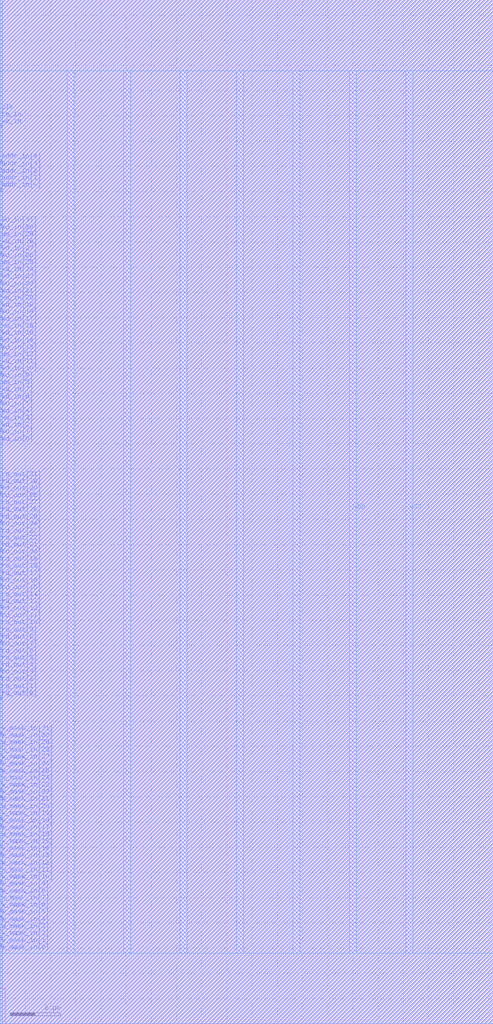
<source format=lef>
VERSION 5.7 ;
BUSBITCHARS "[]" ;
MACRO fakeram45_32x32
  FOREIGN fakeram45_32x32 0 0 ;
  SYMMETRY X Y R90 ;
  SIZE 0.19 BY 1.4 ;
  CLASS BLOCK ;
  PIN w_mask_in[0]
    DIRECTION INPUT ;
    USE SIGNAL ;
    SHAPE ABUTMENT ;
    PORT
      LAYER metal3 ;
      RECT 0.000 2.800 0.070 2.870 ;
    END
  END w_mask_in[0]
  PIN w_mask_in[1]
    DIRECTION INPUT ;
    USE SIGNAL ;
    SHAPE ABUTMENT ;
    PORT
      LAYER metal3 ;
      RECT 0.000 3.080 0.070 3.150 ;
    END
  END w_mask_in[1]
  PIN w_mask_in[2]
    DIRECTION INPUT ;
    USE SIGNAL ;
    SHAPE ABUTMENT ;
    PORT
      LAYER metal3 ;
      RECT 0.000 3.360 0.070 3.430 ;
    END
  END w_mask_in[2]
  PIN w_mask_in[3]
    DIRECTION INPUT ;
    USE SIGNAL ;
    SHAPE ABUTMENT ;
    PORT
      LAYER metal3 ;
      RECT 0.000 3.640 0.070 3.710 ;
    END
  END w_mask_in[3]
  PIN w_mask_in[4]
    DIRECTION INPUT ;
    USE SIGNAL ;
    SHAPE ABUTMENT ;
    PORT
      LAYER metal3 ;
      RECT 0.000 3.920 0.070 3.990 ;
    END
  END w_mask_in[4]
  PIN w_mask_in[5]
    DIRECTION INPUT ;
    USE SIGNAL ;
    SHAPE ABUTMENT ;
    PORT
      LAYER metal3 ;
      RECT 0.000 4.200 0.070 4.270 ;
    END
  END w_mask_in[5]
  PIN w_mask_in[6]
    DIRECTION INPUT ;
    USE SIGNAL ;
    SHAPE ABUTMENT ;
    PORT
      LAYER metal3 ;
      RECT 0.000 4.480 0.070 4.550 ;
    END
  END w_mask_in[6]
  PIN w_mask_in[7]
    DIRECTION INPUT ;
    USE SIGNAL ;
    SHAPE ABUTMENT ;
    PORT
      LAYER metal3 ;
      RECT 0.000 4.760 0.070 4.830 ;
    END
  END w_mask_in[7]
  PIN w_mask_in[8]
    DIRECTION INPUT ;
    USE SIGNAL ;
    SHAPE ABUTMENT ;
    PORT
      LAYER metal3 ;
      RECT 0.000 5.040 0.070 5.110 ;
    END
  END w_mask_in[8]
  PIN w_mask_in[9]
    DIRECTION INPUT ;
    USE SIGNAL ;
    SHAPE ABUTMENT ;
    PORT
      LAYER metal3 ;
      RECT 0.000 5.320 0.070 5.390 ;
    END
  END w_mask_in[9]
  PIN w_mask_in[10]
    DIRECTION INPUT ;
    USE SIGNAL ;
    SHAPE ABUTMENT ;
    PORT
      LAYER metal3 ;
      RECT 0.000 5.600 0.070 5.670 ;
    END
  END w_mask_in[10]
  PIN w_mask_in[11]
    DIRECTION INPUT ;
    USE SIGNAL ;
    SHAPE ABUTMENT ;
    PORT
      LAYER metal3 ;
      RECT 0.000 5.880 0.070 5.950 ;
    END
  END w_mask_in[11]
  PIN w_mask_in[12]
    DIRECTION INPUT ;
    USE SIGNAL ;
    SHAPE ABUTMENT ;
    PORT
      LAYER metal3 ;
      RECT 0.000 6.160 0.070 6.230 ;
    END
  END w_mask_in[12]
  PIN w_mask_in[13]
    DIRECTION INPUT ;
    USE SIGNAL ;
    SHAPE ABUTMENT ;
    PORT
      LAYER metal3 ;
      RECT 0.000 6.440 0.070 6.510 ;
    END
  END w_mask_in[13]
  PIN w_mask_in[14]
    DIRECTION INPUT ;
    USE SIGNAL ;
    SHAPE ABUTMENT ;
    PORT
      LAYER metal3 ;
      RECT 0.000 6.720 0.070 6.790 ;
    END
  END w_mask_in[14]
  PIN w_mask_in[15]
    DIRECTION INPUT ;
    USE SIGNAL ;
    SHAPE ABUTMENT ;
    PORT
      LAYER metal3 ;
      RECT 0.000 7.000 0.070 7.070 ;
    END
  END w_mask_in[15]
  PIN w_mask_in[16]
    DIRECTION INPUT ;
    USE SIGNAL ;
    SHAPE ABUTMENT ;
    PORT
      LAYER metal3 ;
      RECT 0.000 7.280 0.070 7.350 ;
    END
  END w_mask_in[16]
  PIN w_mask_in[17]
    DIRECTION INPUT ;
    USE SIGNAL ;
    SHAPE ABUTMENT ;
    PORT
      LAYER metal3 ;
      RECT 0.000 7.560 0.070 7.630 ;
    END
  END w_mask_in[17]
  PIN w_mask_in[18]
    DIRECTION INPUT ;
    USE SIGNAL ;
    SHAPE ABUTMENT ;
    PORT
      LAYER metal3 ;
      RECT 0.000 7.840 0.070 7.910 ;
    END
  END w_mask_in[18]
  PIN w_mask_in[19]
    DIRECTION INPUT ;
    USE SIGNAL ;
    SHAPE ABUTMENT ;
    PORT
      LAYER metal3 ;
      RECT 0.000 8.120 0.070 8.190 ;
    END
  END w_mask_in[19]
  PIN w_mask_in[20]
    DIRECTION INPUT ;
    USE SIGNAL ;
    SHAPE ABUTMENT ;
    PORT
      LAYER metal3 ;
      RECT 0.000 8.400 0.070 8.470 ;
    END
  END w_mask_in[20]
  PIN w_mask_in[21]
    DIRECTION INPUT ;
    USE SIGNAL ;
    SHAPE ABUTMENT ;
    PORT
      LAYER metal3 ;
      RECT 0.000 8.680 0.070 8.750 ;
    END
  END w_mask_in[21]
  PIN w_mask_in[22]
    DIRECTION INPUT ;
    USE SIGNAL ;
    SHAPE ABUTMENT ;
    PORT
      LAYER metal3 ;
      RECT 0.000 8.960 0.070 9.030 ;
    END
  END w_mask_in[22]
  PIN w_mask_in[23]
    DIRECTION INPUT ;
    USE SIGNAL ;
    SHAPE ABUTMENT ;
    PORT
      LAYER metal3 ;
      RECT 0.000 9.240 0.070 9.310 ;
    END
  END w_mask_in[23]
  PIN w_mask_in[24]
    DIRECTION INPUT ;
    USE SIGNAL ;
    SHAPE ABUTMENT ;
    PORT
      LAYER metal3 ;
      RECT 0.000 9.520 0.070 9.590 ;
    END
  END w_mask_in[24]
  PIN w_mask_in[25]
    DIRECTION INPUT ;
    USE SIGNAL ;
    SHAPE ABUTMENT ;
    PORT
      LAYER metal3 ;
      RECT 0.000 9.800 0.070 9.870 ;
    END
  END w_mask_in[25]
  PIN w_mask_in[26]
    DIRECTION INPUT ;
    USE SIGNAL ;
    SHAPE ABUTMENT ;
    PORT
      LAYER metal3 ;
      RECT 0.000 10.080 0.070 10.150 ;
    END
  END w_mask_in[26]
  PIN w_mask_in[27]
    DIRECTION INPUT ;
    USE SIGNAL ;
    SHAPE ABUTMENT ;
    PORT
      LAYER metal3 ;
      RECT 0.000 10.360 0.070 10.430 ;
    END
  END w_mask_in[27]
  PIN w_mask_in[28]
    DIRECTION INPUT ;
    USE SIGNAL ;
    SHAPE ABUTMENT ;
    PORT
      LAYER metal3 ;
      RECT 0.000 10.640 0.070 10.710 ;
    END
  END w_mask_in[28]
  PIN w_mask_in[29]
    DIRECTION INPUT ;
    USE SIGNAL ;
    SHAPE ABUTMENT ;
    PORT
      LAYER metal3 ;
      RECT 0.000 10.920 0.070 10.990 ;
    END
  END w_mask_in[29]
  PIN w_mask_in[30]
    DIRECTION INPUT ;
    USE SIGNAL ;
    SHAPE ABUTMENT ;
    PORT
      LAYER metal3 ;
      RECT 0.000 11.200 0.070 11.270 ;
    END
  END w_mask_in[30]
  PIN w_mask_in[31]
    DIRECTION INPUT ;
    USE SIGNAL ;
    SHAPE ABUTMENT ;
    PORT
      LAYER metal3 ;
      RECT 0.000 11.480 0.070 11.550 ;
    END
  END w_mask_in[31]
  PIN rd_out[0]
    DIRECTION OUTPUT ;
    USE SIGNAL ;
    SHAPE ABUTMENT ;
    PORT
      LAYER metal3 ;
      RECT 0.000 12.880 0.070 12.950 ;
    END
  END rd_out[0]
  PIN rd_out[1]
    DIRECTION OUTPUT ;
    USE SIGNAL ;
    SHAPE ABUTMENT ;
    PORT
      LAYER metal3 ;
      RECT 0.000 13.160 0.070 13.230 ;
    END
  END rd_out[1]
  PIN rd_out[2]
    DIRECTION OUTPUT ;
    USE SIGNAL ;
    SHAPE ABUTMENT ;
    PORT
      LAYER metal3 ;
      RECT 0.000 13.440 0.070 13.510 ;
    END
  END rd_out[2]
  PIN rd_out[3]
    DIRECTION OUTPUT ;
    USE SIGNAL ;
    SHAPE ABUTMENT ;
    PORT
      LAYER metal3 ;
      RECT 0.000 13.720 0.070 13.790 ;
    END
  END rd_out[3]
  PIN rd_out[4]
    DIRECTION OUTPUT ;
    USE SIGNAL ;
    SHAPE ABUTMENT ;
    PORT
      LAYER metal3 ;
      RECT 0.000 14.000 0.070 14.070 ;
    END
  END rd_out[4]
  PIN rd_out[5]
    DIRECTION OUTPUT ;
    USE SIGNAL ;
    SHAPE ABUTMENT ;
    PORT
      LAYER metal3 ;
      RECT 0.000 14.280 0.070 14.350 ;
    END
  END rd_out[5]
  PIN rd_out[6]
    DIRECTION OUTPUT ;
    USE SIGNAL ;
    SHAPE ABUTMENT ;
    PORT
      LAYER metal3 ;
      RECT 0.000 14.560 0.070 14.630 ;
    END
  END rd_out[6]
  PIN rd_out[7]
    DIRECTION OUTPUT ;
    USE SIGNAL ;
    SHAPE ABUTMENT ;
    PORT
      LAYER metal3 ;
      RECT 0.000 14.840 0.070 14.910 ;
    END
  END rd_out[7]
  PIN rd_out[8]
    DIRECTION OUTPUT ;
    USE SIGNAL ;
    SHAPE ABUTMENT ;
    PORT
      LAYER metal3 ;
      RECT 0.000 15.120 0.070 15.190 ;
    END
  END rd_out[8]
  PIN rd_out[9]
    DIRECTION OUTPUT ;
    USE SIGNAL ;
    SHAPE ABUTMENT ;
    PORT
      LAYER metal3 ;
      RECT 0.000 15.400 0.070 15.470 ;
    END
  END rd_out[9]
  PIN rd_out[10]
    DIRECTION OUTPUT ;
    USE SIGNAL ;
    SHAPE ABUTMENT ;
    PORT
      LAYER metal3 ;
      RECT 0.000 15.680 0.070 15.750 ;
    END
  END rd_out[10]
  PIN rd_out[11]
    DIRECTION OUTPUT ;
    USE SIGNAL ;
    SHAPE ABUTMENT ;
    PORT
      LAYER metal3 ;
      RECT 0.000 15.960 0.070 16.030 ;
    END
  END rd_out[11]
  PIN rd_out[12]
    DIRECTION OUTPUT ;
    USE SIGNAL ;
    SHAPE ABUTMENT ;
    PORT
      LAYER metal3 ;
      RECT 0.000 16.240 0.070 16.310 ;
    END
  END rd_out[12]
  PIN rd_out[13]
    DIRECTION OUTPUT ;
    USE SIGNAL ;
    SHAPE ABUTMENT ;
    PORT
      LAYER metal3 ;
      RECT 0.000 16.520 0.070 16.590 ;
    END
  END rd_out[13]
  PIN rd_out[14]
    DIRECTION OUTPUT ;
    USE SIGNAL ;
    SHAPE ABUTMENT ;
    PORT
      LAYER metal3 ;
      RECT 0.000 16.800 0.070 16.870 ;
    END
  END rd_out[14]
  PIN rd_out[15]
    DIRECTION OUTPUT ;
    USE SIGNAL ;
    SHAPE ABUTMENT ;
    PORT
      LAYER metal3 ;
      RECT 0.000 17.080 0.070 17.150 ;
    END
  END rd_out[15]
  PIN rd_out[16]
    DIRECTION OUTPUT ;
    USE SIGNAL ;
    SHAPE ABUTMENT ;
    PORT
      LAYER metal3 ;
      RECT 0.000 17.360 0.070 17.430 ;
    END
  END rd_out[16]
  PIN rd_out[17]
    DIRECTION OUTPUT ;
    USE SIGNAL ;
    SHAPE ABUTMENT ;
    PORT
      LAYER metal3 ;
      RECT 0.000 17.640 0.070 17.710 ;
    END
  END rd_out[17]
  PIN rd_out[18]
    DIRECTION OUTPUT ;
    USE SIGNAL ;
    SHAPE ABUTMENT ;
    PORT
      LAYER metal3 ;
      RECT 0.000 17.920 0.070 17.990 ;
    END
  END rd_out[18]
  PIN rd_out[19]
    DIRECTION OUTPUT ;
    USE SIGNAL ;
    SHAPE ABUTMENT ;
    PORT
      LAYER metal3 ;
      RECT 0.000 18.200 0.070 18.270 ;
    END
  END rd_out[19]
  PIN rd_out[20]
    DIRECTION OUTPUT ;
    USE SIGNAL ;
    SHAPE ABUTMENT ;
    PORT
      LAYER metal3 ;
      RECT 0.000 18.480 0.070 18.550 ;
    END
  END rd_out[20]
  PIN rd_out[21]
    DIRECTION OUTPUT ;
    USE SIGNAL ;
    SHAPE ABUTMENT ;
    PORT
      LAYER metal3 ;
      RECT 0.000 18.760 0.070 18.830 ;
    END
  END rd_out[21]
  PIN rd_out[22]
    DIRECTION OUTPUT ;
    USE SIGNAL ;
    SHAPE ABUTMENT ;
    PORT
      LAYER metal3 ;
      RECT 0.000 19.040 0.070 19.110 ;
    END
  END rd_out[22]
  PIN rd_out[23]
    DIRECTION OUTPUT ;
    USE SIGNAL ;
    SHAPE ABUTMENT ;
    PORT
      LAYER metal3 ;
      RECT 0.000 19.320 0.070 19.390 ;
    END
  END rd_out[23]
  PIN rd_out[24]
    DIRECTION OUTPUT ;
    USE SIGNAL ;
    SHAPE ABUTMENT ;
    PORT
      LAYER metal3 ;
      RECT 0.000 19.600 0.070 19.670 ;
    END
  END rd_out[24]
  PIN rd_out[25]
    DIRECTION OUTPUT ;
    USE SIGNAL ;
    SHAPE ABUTMENT ;
    PORT
      LAYER metal3 ;
      RECT 0.000 19.880 0.070 19.950 ;
    END
  END rd_out[25]
  PIN rd_out[26]
    DIRECTION OUTPUT ;
    USE SIGNAL ;
    SHAPE ABUTMENT ;
    PORT
      LAYER metal3 ;
      RECT 0.000 20.160 0.070 20.230 ;
    END
  END rd_out[26]
  PIN rd_out[27]
    DIRECTION OUTPUT ;
    USE SIGNAL ;
    SHAPE ABUTMENT ;
    PORT
      LAYER metal3 ;
      RECT 0.000 20.440 0.070 20.510 ;
    END
  END rd_out[27]
  PIN rd_out[28]
    DIRECTION OUTPUT ;
    USE SIGNAL ;
    SHAPE ABUTMENT ;
    PORT
      LAYER metal3 ;
      RECT 0.000 20.720 0.070 20.790 ;
    END
  END rd_out[28]
  PIN rd_out[29]
    DIRECTION OUTPUT ;
    USE SIGNAL ;
    SHAPE ABUTMENT ;
    PORT
      LAYER metal3 ;
      RECT 0.000 21.000 0.070 21.070 ;
    END
  END rd_out[29]
  PIN rd_out[30]
    DIRECTION OUTPUT ;
    USE SIGNAL ;
    SHAPE ABUTMENT ;
    PORT
      LAYER metal3 ;
      RECT 0.000 21.280 0.070 21.350 ;
    END
  END rd_out[30]
  PIN rd_out[31]
    DIRECTION OUTPUT ;
    USE SIGNAL ;
    SHAPE ABUTMENT ;
    PORT
      LAYER metal3 ;
      RECT 0.000 21.560 0.070 21.630 ;
    END
  END rd_out[31]
  PIN wd_in[0]
    DIRECTION INPUT ;
    USE SIGNAL ;
    SHAPE ABUTMENT ;
    PORT
      LAYER metal3 ;
      RECT 0.000 22.960 0.070 23.030 ;
    END
  END wd_in[0]
  PIN wd_in[1]
    DIRECTION INPUT ;
    USE SIGNAL ;
    SHAPE ABUTMENT ;
    PORT
      LAYER metal3 ;
      RECT 0.000 23.240 0.070 23.310 ;
    END
  END wd_in[1]
  PIN wd_in[2]
    DIRECTION INPUT ;
    USE SIGNAL ;
    SHAPE ABUTMENT ;
    PORT
      LAYER metal3 ;
      RECT 0.000 23.520 0.070 23.590 ;
    END
  END wd_in[2]
  PIN wd_in[3]
    DIRECTION INPUT ;
    USE SIGNAL ;
    SHAPE ABUTMENT ;
    PORT
      LAYER metal3 ;
      RECT 0.000 23.800 0.070 23.870 ;
    END
  END wd_in[3]
  PIN wd_in[4]
    DIRECTION INPUT ;
    USE SIGNAL ;
    SHAPE ABUTMENT ;
    PORT
      LAYER metal3 ;
      RECT 0.000 24.080 0.070 24.150 ;
    END
  END wd_in[4]
  PIN wd_in[5]
    DIRECTION INPUT ;
    USE SIGNAL ;
    SHAPE ABUTMENT ;
    PORT
      LAYER metal3 ;
      RECT 0.000 24.360 0.070 24.430 ;
    END
  END wd_in[5]
  PIN wd_in[6]
    DIRECTION INPUT ;
    USE SIGNAL ;
    SHAPE ABUTMENT ;
    PORT
      LAYER metal3 ;
      RECT 0.000 24.640 0.070 24.710 ;
    END
  END wd_in[6]
  PIN wd_in[7]
    DIRECTION INPUT ;
    USE SIGNAL ;
    SHAPE ABUTMENT ;
    PORT
      LAYER metal3 ;
      RECT 0.000 24.920 0.070 24.990 ;
    END
  END wd_in[7]
  PIN wd_in[8]
    DIRECTION INPUT ;
    USE SIGNAL ;
    SHAPE ABUTMENT ;
    PORT
      LAYER metal3 ;
      RECT 0.000 25.200 0.070 25.270 ;
    END
  END wd_in[8]
  PIN wd_in[9]
    DIRECTION INPUT ;
    USE SIGNAL ;
    SHAPE ABUTMENT ;
    PORT
      LAYER metal3 ;
      RECT 0.000 25.480 0.070 25.550 ;
    END
  END wd_in[9]
  PIN wd_in[10]
    DIRECTION INPUT ;
    USE SIGNAL ;
    SHAPE ABUTMENT ;
    PORT
      LAYER metal3 ;
      RECT 0.000 25.760 0.070 25.830 ;
    END
  END wd_in[10]
  PIN wd_in[11]
    DIRECTION INPUT ;
    USE SIGNAL ;
    SHAPE ABUTMENT ;
    PORT
      LAYER metal3 ;
      RECT 0.000 26.040 0.070 26.110 ;
    END
  END wd_in[11]
  PIN wd_in[12]
    DIRECTION INPUT ;
    USE SIGNAL ;
    SHAPE ABUTMENT ;
    PORT
      LAYER metal3 ;
      RECT 0.000 26.320 0.070 26.390 ;
    END
  END wd_in[12]
  PIN wd_in[13]
    DIRECTION INPUT ;
    USE SIGNAL ;
    SHAPE ABUTMENT ;
    PORT
      LAYER metal3 ;
      RECT 0.000 26.600 0.070 26.670 ;
    END
  END wd_in[13]
  PIN wd_in[14]
    DIRECTION INPUT ;
    USE SIGNAL ;
    SHAPE ABUTMENT ;
    PORT
      LAYER metal3 ;
      RECT 0.000 26.880 0.070 26.950 ;
    END
  END wd_in[14]
  PIN wd_in[15]
    DIRECTION INPUT ;
    USE SIGNAL ;
    SHAPE ABUTMENT ;
    PORT
      LAYER metal3 ;
      RECT 0.000 27.160 0.070 27.230 ;
    END
  END wd_in[15]
  PIN wd_in[16]
    DIRECTION INPUT ;
    USE SIGNAL ;
    SHAPE ABUTMENT ;
    PORT
      LAYER metal3 ;
      RECT 0.000 27.440 0.070 27.510 ;
    END
  END wd_in[16]
  PIN wd_in[17]
    DIRECTION INPUT ;
    USE SIGNAL ;
    SHAPE ABUTMENT ;
    PORT
      LAYER metal3 ;
      RECT 0.000 27.720 0.070 27.790 ;
    END
  END wd_in[17]
  PIN wd_in[18]
    DIRECTION INPUT ;
    USE SIGNAL ;
    SHAPE ABUTMENT ;
    PORT
      LAYER metal3 ;
      RECT 0.000 28.000 0.070 28.070 ;
    END
  END wd_in[18]
  PIN wd_in[19]
    DIRECTION INPUT ;
    USE SIGNAL ;
    SHAPE ABUTMENT ;
    PORT
      LAYER metal3 ;
      RECT 0.000 28.280 0.070 28.350 ;
    END
  END wd_in[19]
  PIN wd_in[20]
    DIRECTION INPUT ;
    USE SIGNAL ;
    SHAPE ABUTMENT ;
    PORT
      LAYER metal3 ;
      RECT 0.000 28.560 0.070 28.630 ;
    END
  END wd_in[20]
  PIN wd_in[21]
    DIRECTION INPUT ;
    USE SIGNAL ;
    SHAPE ABUTMENT ;
    PORT
      LAYER metal3 ;
      RECT 0.000 28.840 0.070 28.910 ;
    END
  END wd_in[21]
  PIN wd_in[22]
    DIRECTION INPUT ;
    USE SIGNAL ;
    SHAPE ABUTMENT ;
    PORT
      LAYER metal3 ;
      RECT 0.000 29.120 0.070 29.190 ;
    END
  END wd_in[22]
  PIN wd_in[23]
    DIRECTION INPUT ;
    USE SIGNAL ;
    SHAPE ABUTMENT ;
    PORT
      LAYER metal3 ;
      RECT 0.000 29.400 0.070 29.470 ;
    END
  END wd_in[23]
  PIN wd_in[24]
    DIRECTION INPUT ;
    USE SIGNAL ;
    SHAPE ABUTMENT ;
    PORT
      LAYER metal3 ;
      RECT 0.000 29.680 0.070 29.750 ;
    END
  END wd_in[24]
  PIN wd_in[25]
    DIRECTION INPUT ;
    USE SIGNAL ;
    SHAPE ABUTMENT ;
    PORT
      LAYER metal3 ;
      RECT 0.000 29.960 0.070 30.030 ;
    END
  END wd_in[25]
  PIN wd_in[26]
    DIRECTION INPUT ;
    USE SIGNAL ;
    SHAPE ABUTMENT ;
    PORT
      LAYER metal3 ;
      RECT 0.000 30.240 0.070 30.310 ;
    END
  END wd_in[26]
  PIN wd_in[27]
    DIRECTION INPUT ;
    USE SIGNAL ;
    SHAPE ABUTMENT ;
    PORT
      LAYER metal3 ;
      RECT 0.000 30.520 0.070 30.590 ;
    END
  END wd_in[27]
  PIN wd_in[28]
    DIRECTION INPUT ;
    USE SIGNAL ;
    SHAPE ABUTMENT ;
    PORT
      LAYER metal3 ;
      RECT 0.000 30.800 0.070 30.870 ;
    END
  END wd_in[28]
  PIN wd_in[29]
    DIRECTION INPUT ;
    USE SIGNAL ;
    SHAPE ABUTMENT ;
    PORT
      LAYER metal3 ;
      RECT 0.000 31.080 0.070 31.150 ;
    END
  END wd_in[29]
  PIN wd_in[30]
    DIRECTION INPUT ;
    USE SIGNAL ;
    SHAPE ABUTMENT ;
    PORT
      LAYER metal3 ;
      RECT 0.000 31.360 0.070 31.430 ;
    END
  END wd_in[30]
  PIN wd_in[31]
    DIRECTION INPUT ;
    USE SIGNAL ;
    SHAPE ABUTMENT ;
    PORT
      LAYER metal3 ;
      RECT 0.000 31.640 0.070 31.710 ;
    END
  END wd_in[31]
  PIN addr_in[0]
    DIRECTION INPUT ;
    USE SIGNAL ;
    SHAPE ABUTMENT ;
    PORT
      LAYER metal3 ;
      RECT 0.000 33.040 0.070 33.110 ;
    END
  END addr_in[0]
  PIN addr_in[1]
    DIRECTION INPUT ;
    USE SIGNAL ;
    SHAPE ABUTMENT ;
    PORT
      LAYER metal3 ;
      RECT 0.000 33.320 0.070 33.390 ;
    END
  END addr_in[1]
  PIN addr_in[2]
    DIRECTION INPUT ;
    USE SIGNAL ;
    SHAPE ABUTMENT ;
    PORT
      LAYER metal3 ;
      RECT 0.000 33.600 0.070 33.670 ;
    END
  END addr_in[2]
  PIN addr_in[3]
    DIRECTION INPUT ;
    USE SIGNAL ;
    SHAPE ABUTMENT ;
    PORT
      LAYER metal3 ;
      RECT 0.000 33.880 0.070 33.950 ;
    END
  END addr_in[3]
  PIN addr_in[4]
    DIRECTION INPUT ;
    USE SIGNAL ;
    SHAPE ABUTMENT ;
    PORT
      LAYER metal3 ;
      RECT 0.000 34.160 0.070 34.230 ;
    END
  END addr_in[4]
  PIN we_in
    DIRECTION INPUT ;
    USE SIGNAL ;
    SHAPE ABUTMENT ;
    PORT
      LAYER metal3 ;
      RECT 0.000 35.560 0.070 35.630 ;
    END
  END we_in
  PIN ce_in
    DIRECTION INPUT ;
    USE SIGNAL ;
    SHAPE ABUTMENT ;
    PORT
      LAYER metal3 ;
      RECT 0.000 35.840 0.070 35.910 ;
    END
  END ce_in
  PIN clk
    DIRECTION INPUT ;
    USE SIGNAL ;
    SHAPE ABUTMENT ;
    PORT
      LAYER metal3 ;
      RECT 0.000 36.120 0.070 36.190 ;
    END
  END clk
  PIN VSS
    DIRECTION INOUT ;
    USE GROUND ;
    PORT
      LAYER metal4 ;
      RECT 2.660 2.800 2.940 37.800 ;
      RECT 7.140 2.800 7.420 37.800 ;
      RECT 11.620 2.800 11.900 37.800 ;
      RECT 16.100 2.800 16.380 37.800 ;
    END
  END VSS
  PIN VDD
    DIRECTION INOUT ;
    USE POWER ;
    PORT
      LAYER metal4 ;
      RECT 4.900 2.800 5.180 37.800 ;
      RECT 9.380 2.800 9.660 37.800 ;
      RECT 13.860 2.800 14.140 37.800 ;
    END
  END VDD
  OBS
    LAYER metal1 ;
    RECT 0 0 19.570 40.600 ;
    LAYER metal2 ;
    RECT 0 0 19.570 40.600 ;
    LAYER metal3 ;
    RECT 0.070 0 19.570 40.600 ;
    RECT 0 0.000 0.070 2.800 ;
    RECT 0 2.870 0.070 3.080 ;
    RECT 0 3.150 0.070 3.360 ;
    RECT 0 3.430 0.070 3.640 ;
    RECT 0 3.710 0.070 3.920 ;
    RECT 0 3.990 0.070 4.200 ;
    RECT 0 4.270 0.070 4.480 ;
    RECT 0 4.550 0.070 4.760 ;
    RECT 0 4.830 0.070 5.040 ;
    RECT 0 5.110 0.070 5.320 ;
    RECT 0 5.390 0.070 5.600 ;
    RECT 0 5.670 0.070 5.880 ;
    RECT 0 5.950 0.070 6.160 ;
    RECT 0 6.230 0.070 6.440 ;
    RECT 0 6.510 0.070 6.720 ;
    RECT 0 6.790 0.070 7.000 ;
    RECT 0 7.070 0.070 7.280 ;
    RECT 0 7.350 0.070 7.560 ;
    RECT 0 7.630 0.070 7.840 ;
    RECT 0 7.910 0.070 8.120 ;
    RECT 0 8.190 0.070 8.400 ;
    RECT 0 8.470 0.070 8.680 ;
    RECT 0 8.750 0.070 8.960 ;
    RECT 0 9.030 0.070 9.240 ;
    RECT 0 9.310 0.070 9.520 ;
    RECT 0 9.590 0.070 9.800 ;
    RECT 0 9.870 0.070 10.080 ;
    RECT 0 10.150 0.070 10.360 ;
    RECT 0 10.430 0.070 10.640 ;
    RECT 0 10.710 0.070 10.920 ;
    RECT 0 10.990 0.070 11.200 ;
    RECT 0 11.270 0.070 11.480 ;
    RECT 0 11.550 0.070 12.880 ;
    RECT 0 12.950 0.070 13.160 ;
    RECT 0 13.230 0.070 13.440 ;
    RECT 0 13.510 0.070 13.720 ;
    RECT 0 13.790 0.070 14.000 ;
    RECT 0 14.070 0.070 14.280 ;
    RECT 0 14.350 0.070 14.560 ;
    RECT 0 14.630 0.070 14.840 ;
    RECT 0 14.910 0.070 15.120 ;
    RECT 0 15.190 0.070 15.400 ;
    RECT 0 15.470 0.070 15.680 ;
    RECT 0 15.750 0.070 15.960 ;
    RECT 0 16.030 0.070 16.240 ;
    RECT 0 16.310 0.070 16.520 ;
    RECT 0 16.590 0.070 16.800 ;
    RECT 0 16.870 0.070 17.080 ;
    RECT 0 17.150 0.070 17.360 ;
    RECT 0 17.430 0.070 17.640 ;
    RECT 0 17.710 0.070 17.920 ;
    RECT 0 17.990 0.070 18.200 ;
    RECT 0 18.270 0.070 18.480 ;
    RECT 0 18.550 0.070 18.760 ;
    RECT 0 18.830 0.070 19.040 ;
    RECT 0 19.110 0.070 19.320 ;
    RECT 0 19.390 0.070 19.600 ;
    RECT 0 19.670 0.070 19.880 ;
    RECT 0 19.950 0.070 20.160 ;
    RECT 0 20.230 0.070 20.440 ;
    RECT 0 20.510 0.070 20.720 ;
    RECT 0 20.790 0.070 21.000 ;
    RECT 0 21.070 0.070 21.280 ;
    RECT 0 21.350 0.070 21.560 ;
    RECT 0 21.630 0.070 22.960 ;
    RECT 0 23.030 0.070 23.240 ;
    RECT 0 23.310 0.070 23.520 ;
    RECT 0 23.590 0.070 23.800 ;
    RECT 0 23.870 0.070 24.080 ;
    RECT 0 24.150 0.070 24.360 ;
    RECT 0 24.430 0.070 24.640 ;
    RECT 0 24.710 0.070 24.920 ;
    RECT 0 24.990 0.070 25.200 ;
    RECT 0 25.270 0.070 25.480 ;
    RECT 0 25.550 0.070 25.760 ;
    RECT 0 25.830 0.070 26.040 ;
    RECT 0 26.110 0.070 26.320 ;
    RECT 0 26.390 0.070 26.600 ;
    RECT 0 26.670 0.070 26.880 ;
    RECT 0 26.950 0.070 27.160 ;
    RECT 0 27.230 0.070 27.440 ;
    RECT 0 27.510 0.070 27.720 ;
    RECT 0 27.790 0.070 28.000 ;
    RECT 0 28.070 0.070 28.280 ;
    RECT 0 28.350 0.070 28.560 ;
    RECT 0 28.630 0.070 28.840 ;
    RECT 0 28.910 0.070 29.120 ;
    RECT 0 29.190 0.070 29.400 ;
    RECT 0 29.470 0.070 29.680 ;
    RECT 0 29.750 0.070 29.960 ;
    RECT 0 30.030 0.070 30.240 ;
    RECT 0 30.310 0.070 30.520 ;
    RECT 0 30.590 0.070 30.800 ;
    RECT 0 30.870 0.070 31.080 ;
    RECT 0 31.150 0.070 31.360 ;
    RECT 0 31.430 0.070 31.640 ;
    RECT 0 31.710 0.070 33.040 ;
    RECT 0 33.110 0.070 33.320 ;
    RECT 0 33.390 0.070 33.600 ;
    RECT 0 33.670 0.070 33.880 ;
    RECT 0 33.950 0.070 34.160 ;
    RECT 0 34.230 0.070 35.560 ;
    RECT 0 35.630 0.070 35.840 ;
    RECT 0 35.910 0.070 36.120 ;
    RECT 0 36.190 0.070 40.600 ;
    LAYER metal4 ;
    RECT 0 0 19.570 2.800 ;
    RECT 0 37.800 19.570 40.600 ;
    RECT 0.000 2.800 2.660 37.800 ;
    RECT 2.940 2.800 4.900 37.800 ;
    RECT 5.180 2.800 7.140 37.800 ;
    RECT 7.420 2.800 9.380 37.800 ;
    RECT 9.660 2.800 11.620 37.800 ;
    RECT 11.900 2.800 13.860 37.800 ;
    RECT 14.140 2.800 16.100 37.800 ;
    RECT 16.380 2.800 19.570 37.800 ;
  END
END fakeram45_32x32

END LIBRARY

</source>
